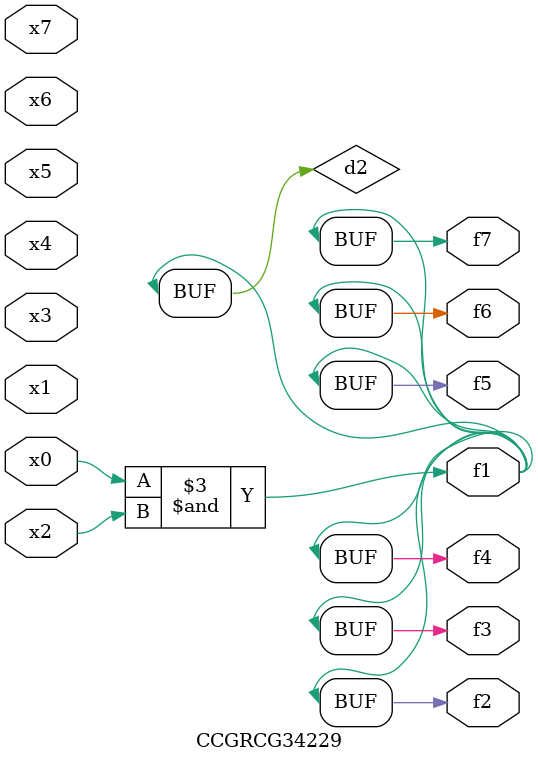
<source format=v>
module CCGRCG34229(
	input x0, x1, x2, x3, x4, x5, x6, x7,
	output f1, f2, f3, f4, f5, f6, f7
);

	wire d1, d2;

	nor (d1, x3, x6);
	and (d2, x0, x2);
	assign f1 = d2;
	assign f2 = d2;
	assign f3 = d2;
	assign f4 = d2;
	assign f5 = d2;
	assign f6 = d2;
	assign f7 = d2;
endmodule

</source>
